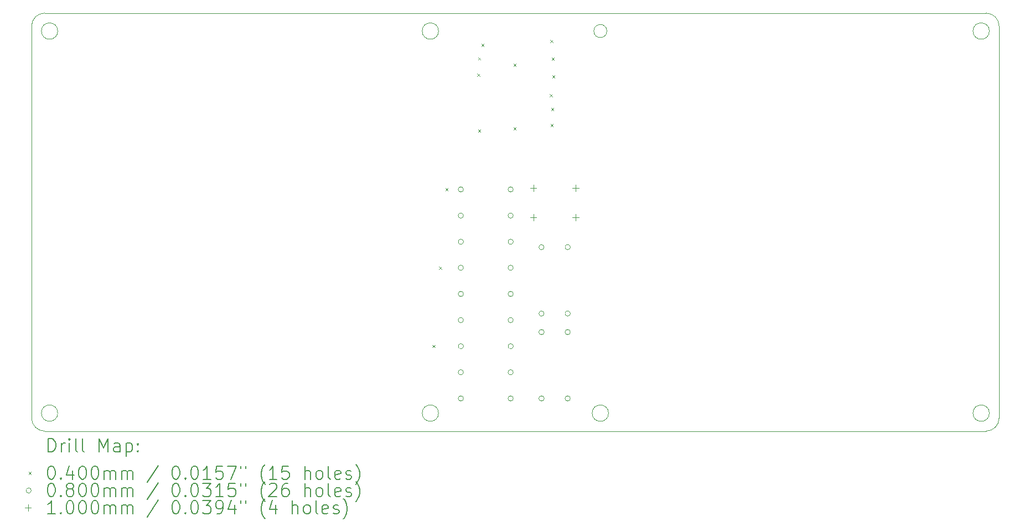
<source format=gbr>
%TF.GenerationSoftware,KiCad,Pcbnew,7.0.7*%
%TF.CreationDate,2024-02-05T11:41:41-08:00*%
%TF.ProjectId,Macro Pad 2 PCB,4d616372-6f20-4506-9164-203220504342,rev?*%
%TF.SameCoordinates,Original*%
%TF.FileFunction,Drillmap*%
%TF.FilePolarity,Positive*%
%FSLAX45Y45*%
G04 Gerber Fmt 4.5, Leading zero omitted, Abs format (unit mm)*
G04 Created by KiCad (PCBNEW 7.0.7) date 2024-02-05 11:41:41*
%MOMM*%
%LPD*%
G01*
G04 APERTURE LIST*
%ADD10C,0.100000*%
%ADD11C,0.200000*%
%ADD12C,0.040000*%
%ADD13C,0.080000*%
G04 APERTURE END LIST*
D10*
X21900000Y-11500000D02*
G75*
G03*
X22100000Y-11300000I0J200000D01*
G01*
X7700000Y-11225000D02*
G75*
G03*
X7700000Y-11225000I-125000J0D01*
G01*
X22100000Y-5300000D02*
X22100000Y-11300000D01*
X13525000Y-11225000D02*
G75*
G03*
X13525000Y-11225000I-125000J0D01*
G01*
X7500000Y-5100000D02*
X21900000Y-5100000D01*
X21900000Y-11500000D02*
X7500000Y-11500000D01*
X7300000Y-11300000D02*
X7300000Y-5300000D01*
X7500000Y-5100000D02*
G75*
G03*
X7300000Y-5300000I0J-200000D01*
G01*
X16125000Y-11225000D02*
G75*
G03*
X16125000Y-11225000I-125000J0D01*
G01*
X13525000Y-5375000D02*
G75*
G03*
X13525000Y-5375000I-125000J0D01*
G01*
X21950000Y-11225000D02*
G75*
G03*
X21950000Y-11225000I-125000J0D01*
G01*
X7300000Y-11300000D02*
G75*
G03*
X7500000Y-11500000I200000J0D01*
G01*
X22100000Y-5300000D02*
G75*
G03*
X21900000Y-5100000I-200000J0D01*
G01*
X7700000Y-5375000D02*
G75*
G03*
X7700000Y-5375000I-125000J0D01*
G01*
X21950000Y-5375000D02*
G75*
G03*
X21950000Y-5375000I-125000J0D01*
G01*
X16100000Y-5375000D02*
G75*
G03*
X16100000Y-5375000I-100000J0D01*
G01*
D11*
D12*
X13430000Y-10180000D02*
X13470000Y-10220000D01*
X13470000Y-10180000D02*
X13430000Y-10220000D01*
X13530000Y-8980000D02*
X13570000Y-9020000D01*
X13570000Y-8980000D02*
X13530000Y-9020000D01*
X13630000Y-7780000D02*
X13670000Y-7820000D01*
X13670000Y-7780000D02*
X13630000Y-7820000D01*
X14117000Y-6029000D02*
X14157000Y-6069000D01*
X14157000Y-6029000D02*
X14117000Y-6069000D01*
X14129000Y-5777000D02*
X14169000Y-5817000D01*
X14169000Y-5777000D02*
X14129000Y-5817000D01*
X14130000Y-6880000D02*
X14170000Y-6920000D01*
X14170000Y-6880000D02*
X14130000Y-6920000D01*
X14181000Y-5572000D02*
X14221000Y-5612000D01*
X14221000Y-5572000D02*
X14181000Y-5612000D01*
X14672000Y-5872000D02*
X14712000Y-5912000D01*
X14712000Y-5872000D02*
X14672000Y-5912000D01*
X14672000Y-6848000D02*
X14712000Y-6888000D01*
X14712000Y-6848000D02*
X14672000Y-6888000D01*
X15225000Y-6338000D02*
X15265000Y-6378000D01*
X15265000Y-6338000D02*
X15225000Y-6378000D01*
X15236000Y-5510000D02*
X15276000Y-5550000D01*
X15276000Y-5510000D02*
X15236000Y-5550000D01*
X15238000Y-6797000D02*
X15278000Y-6837000D01*
X15278000Y-6797000D02*
X15238000Y-6837000D01*
X15246000Y-6551000D02*
X15286000Y-6591000D01*
X15286000Y-6551000D02*
X15246000Y-6591000D01*
X15256000Y-5781000D02*
X15296000Y-5821000D01*
X15296000Y-5781000D02*
X15256000Y-5821000D01*
X15263000Y-6053000D02*
X15303000Y-6093000D01*
X15303000Y-6053000D02*
X15263000Y-6093000D01*
D13*
X13906000Y-7800000D02*
G75*
G03*
X13906000Y-7800000I-40000J0D01*
G01*
X13906000Y-8200000D02*
G75*
G03*
X13906000Y-8200000I-40000J0D01*
G01*
X13906000Y-8600000D02*
G75*
G03*
X13906000Y-8600000I-40000J0D01*
G01*
X13906000Y-9000000D02*
G75*
G03*
X13906000Y-9000000I-40000J0D01*
G01*
X13906000Y-9400000D02*
G75*
G03*
X13906000Y-9400000I-40000J0D01*
G01*
X13906000Y-9800000D02*
G75*
G03*
X13906000Y-9800000I-40000J0D01*
G01*
X13906000Y-10200000D02*
G75*
G03*
X13906000Y-10200000I-40000J0D01*
G01*
X13906000Y-10600000D02*
G75*
G03*
X13906000Y-10600000I-40000J0D01*
G01*
X13906000Y-11000000D02*
G75*
G03*
X13906000Y-11000000I-40000J0D01*
G01*
X14668000Y-7800000D02*
G75*
G03*
X14668000Y-7800000I-40000J0D01*
G01*
X14668000Y-8200000D02*
G75*
G03*
X14668000Y-8200000I-40000J0D01*
G01*
X14668000Y-8600000D02*
G75*
G03*
X14668000Y-8600000I-40000J0D01*
G01*
X14668000Y-9000000D02*
G75*
G03*
X14668000Y-9000000I-40000J0D01*
G01*
X14668000Y-9400000D02*
G75*
G03*
X14668000Y-9400000I-40000J0D01*
G01*
X14668000Y-9800000D02*
G75*
G03*
X14668000Y-9800000I-40000J0D01*
G01*
X14668000Y-10200000D02*
G75*
G03*
X14668000Y-10200000I-40000J0D01*
G01*
X14668000Y-10600000D02*
G75*
G03*
X14668000Y-10600000I-40000J0D01*
G01*
X14668000Y-11000000D02*
G75*
G03*
X14668000Y-11000000I-40000J0D01*
G01*
X15140000Y-8684000D02*
G75*
G03*
X15140000Y-8684000I-40000J0D01*
G01*
X15140000Y-9700000D02*
G75*
G03*
X15140000Y-9700000I-40000J0D01*
G01*
X15140000Y-9984000D02*
G75*
G03*
X15140000Y-9984000I-40000J0D01*
G01*
X15140000Y-11000000D02*
G75*
G03*
X15140000Y-11000000I-40000J0D01*
G01*
X15540000Y-8684000D02*
G75*
G03*
X15540000Y-8684000I-40000J0D01*
G01*
X15540000Y-9700000D02*
G75*
G03*
X15540000Y-9700000I-40000J0D01*
G01*
X15540000Y-9984000D02*
G75*
G03*
X15540000Y-9984000I-40000J0D01*
G01*
X15540000Y-11000000D02*
G75*
G03*
X15540000Y-11000000I-40000J0D01*
G01*
D10*
X14975000Y-7725000D02*
X14975000Y-7825000D01*
X14925000Y-7775000D02*
X15025000Y-7775000D01*
X14975000Y-8175000D02*
X14975000Y-8275000D01*
X14925000Y-8225000D02*
X15025000Y-8225000D01*
X15625000Y-7725000D02*
X15625000Y-7825000D01*
X15575000Y-7775000D02*
X15675000Y-7775000D01*
X15625000Y-8175000D02*
X15625000Y-8275000D01*
X15575000Y-8225000D02*
X15675000Y-8225000D01*
D11*
X7555777Y-11816484D02*
X7555777Y-11616484D01*
X7555777Y-11616484D02*
X7603396Y-11616484D01*
X7603396Y-11616484D02*
X7631967Y-11626008D01*
X7631967Y-11626008D02*
X7651015Y-11645055D01*
X7651015Y-11645055D02*
X7660539Y-11664103D01*
X7660539Y-11664103D02*
X7670062Y-11702198D01*
X7670062Y-11702198D02*
X7670062Y-11730769D01*
X7670062Y-11730769D02*
X7660539Y-11768865D01*
X7660539Y-11768865D02*
X7651015Y-11787912D01*
X7651015Y-11787912D02*
X7631967Y-11806960D01*
X7631967Y-11806960D02*
X7603396Y-11816484D01*
X7603396Y-11816484D02*
X7555777Y-11816484D01*
X7755777Y-11816484D02*
X7755777Y-11683150D01*
X7755777Y-11721246D02*
X7765301Y-11702198D01*
X7765301Y-11702198D02*
X7774824Y-11692674D01*
X7774824Y-11692674D02*
X7793872Y-11683150D01*
X7793872Y-11683150D02*
X7812920Y-11683150D01*
X7879586Y-11816484D02*
X7879586Y-11683150D01*
X7879586Y-11616484D02*
X7870062Y-11626008D01*
X7870062Y-11626008D02*
X7879586Y-11635531D01*
X7879586Y-11635531D02*
X7889110Y-11626008D01*
X7889110Y-11626008D02*
X7879586Y-11616484D01*
X7879586Y-11616484D02*
X7879586Y-11635531D01*
X8003396Y-11816484D02*
X7984348Y-11806960D01*
X7984348Y-11806960D02*
X7974824Y-11787912D01*
X7974824Y-11787912D02*
X7974824Y-11616484D01*
X8108158Y-11816484D02*
X8089110Y-11806960D01*
X8089110Y-11806960D02*
X8079586Y-11787912D01*
X8079586Y-11787912D02*
X8079586Y-11616484D01*
X8336729Y-11816484D02*
X8336729Y-11616484D01*
X8336729Y-11616484D02*
X8403396Y-11759341D01*
X8403396Y-11759341D02*
X8470063Y-11616484D01*
X8470063Y-11616484D02*
X8470063Y-11816484D01*
X8651015Y-11816484D02*
X8651015Y-11711722D01*
X8651015Y-11711722D02*
X8641491Y-11692674D01*
X8641491Y-11692674D02*
X8622444Y-11683150D01*
X8622444Y-11683150D02*
X8584348Y-11683150D01*
X8584348Y-11683150D02*
X8565301Y-11692674D01*
X8651015Y-11806960D02*
X8631967Y-11816484D01*
X8631967Y-11816484D02*
X8584348Y-11816484D01*
X8584348Y-11816484D02*
X8565301Y-11806960D01*
X8565301Y-11806960D02*
X8555777Y-11787912D01*
X8555777Y-11787912D02*
X8555777Y-11768865D01*
X8555777Y-11768865D02*
X8565301Y-11749817D01*
X8565301Y-11749817D02*
X8584348Y-11740293D01*
X8584348Y-11740293D02*
X8631967Y-11740293D01*
X8631967Y-11740293D02*
X8651015Y-11730769D01*
X8746253Y-11683150D02*
X8746253Y-11883150D01*
X8746253Y-11692674D02*
X8765301Y-11683150D01*
X8765301Y-11683150D02*
X8803396Y-11683150D01*
X8803396Y-11683150D02*
X8822444Y-11692674D01*
X8822444Y-11692674D02*
X8831967Y-11702198D01*
X8831967Y-11702198D02*
X8841491Y-11721246D01*
X8841491Y-11721246D02*
X8841491Y-11778388D01*
X8841491Y-11778388D02*
X8831967Y-11797436D01*
X8831967Y-11797436D02*
X8822444Y-11806960D01*
X8822444Y-11806960D02*
X8803396Y-11816484D01*
X8803396Y-11816484D02*
X8765301Y-11816484D01*
X8765301Y-11816484D02*
X8746253Y-11806960D01*
X8927205Y-11797436D02*
X8936729Y-11806960D01*
X8936729Y-11806960D02*
X8927205Y-11816484D01*
X8927205Y-11816484D02*
X8917682Y-11806960D01*
X8917682Y-11806960D02*
X8927205Y-11797436D01*
X8927205Y-11797436D02*
X8927205Y-11816484D01*
X8927205Y-11692674D02*
X8936729Y-11702198D01*
X8936729Y-11702198D02*
X8927205Y-11711722D01*
X8927205Y-11711722D02*
X8917682Y-11702198D01*
X8917682Y-11702198D02*
X8927205Y-11692674D01*
X8927205Y-11692674D02*
X8927205Y-11711722D01*
D12*
X7255000Y-12125000D02*
X7295000Y-12165000D01*
X7295000Y-12125000D02*
X7255000Y-12165000D01*
D11*
X7593872Y-12036484D02*
X7612920Y-12036484D01*
X7612920Y-12036484D02*
X7631967Y-12046008D01*
X7631967Y-12046008D02*
X7641491Y-12055531D01*
X7641491Y-12055531D02*
X7651015Y-12074579D01*
X7651015Y-12074579D02*
X7660539Y-12112674D01*
X7660539Y-12112674D02*
X7660539Y-12160293D01*
X7660539Y-12160293D02*
X7651015Y-12198388D01*
X7651015Y-12198388D02*
X7641491Y-12217436D01*
X7641491Y-12217436D02*
X7631967Y-12226960D01*
X7631967Y-12226960D02*
X7612920Y-12236484D01*
X7612920Y-12236484D02*
X7593872Y-12236484D01*
X7593872Y-12236484D02*
X7574824Y-12226960D01*
X7574824Y-12226960D02*
X7565301Y-12217436D01*
X7565301Y-12217436D02*
X7555777Y-12198388D01*
X7555777Y-12198388D02*
X7546253Y-12160293D01*
X7546253Y-12160293D02*
X7546253Y-12112674D01*
X7546253Y-12112674D02*
X7555777Y-12074579D01*
X7555777Y-12074579D02*
X7565301Y-12055531D01*
X7565301Y-12055531D02*
X7574824Y-12046008D01*
X7574824Y-12046008D02*
X7593872Y-12036484D01*
X7746253Y-12217436D02*
X7755777Y-12226960D01*
X7755777Y-12226960D02*
X7746253Y-12236484D01*
X7746253Y-12236484D02*
X7736729Y-12226960D01*
X7736729Y-12226960D02*
X7746253Y-12217436D01*
X7746253Y-12217436D02*
X7746253Y-12236484D01*
X7927205Y-12103150D02*
X7927205Y-12236484D01*
X7879586Y-12026960D02*
X7831967Y-12169817D01*
X7831967Y-12169817D02*
X7955777Y-12169817D01*
X8070062Y-12036484D02*
X8089110Y-12036484D01*
X8089110Y-12036484D02*
X8108158Y-12046008D01*
X8108158Y-12046008D02*
X8117682Y-12055531D01*
X8117682Y-12055531D02*
X8127205Y-12074579D01*
X8127205Y-12074579D02*
X8136729Y-12112674D01*
X8136729Y-12112674D02*
X8136729Y-12160293D01*
X8136729Y-12160293D02*
X8127205Y-12198388D01*
X8127205Y-12198388D02*
X8117682Y-12217436D01*
X8117682Y-12217436D02*
X8108158Y-12226960D01*
X8108158Y-12226960D02*
X8089110Y-12236484D01*
X8089110Y-12236484D02*
X8070062Y-12236484D01*
X8070062Y-12236484D02*
X8051015Y-12226960D01*
X8051015Y-12226960D02*
X8041491Y-12217436D01*
X8041491Y-12217436D02*
X8031967Y-12198388D01*
X8031967Y-12198388D02*
X8022443Y-12160293D01*
X8022443Y-12160293D02*
X8022443Y-12112674D01*
X8022443Y-12112674D02*
X8031967Y-12074579D01*
X8031967Y-12074579D02*
X8041491Y-12055531D01*
X8041491Y-12055531D02*
X8051015Y-12046008D01*
X8051015Y-12046008D02*
X8070062Y-12036484D01*
X8260539Y-12036484D02*
X8279586Y-12036484D01*
X8279586Y-12036484D02*
X8298634Y-12046008D01*
X8298634Y-12046008D02*
X8308158Y-12055531D01*
X8308158Y-12055531D02*
X8317682Y-12074579D01*
X8317682Y-12074579D02*
X8327205Y-12112674D01*
X8327205Y-12112674D02*
X8327205Y-12160293D01*
X8327205Y-12160293D02*
X8317682Y-12198388D01*
X8317682Y-12198388D02*
X8308158Y-12217436D01*
X8308158Y-12217436D02*
X8298634Y-12226960D01*
X8298634Y-12226960D02*
X8279586Y-12236484D01*
X8279586Y-12236484D02*
X8260539Y-12236484D01*
X8260539Y-12236484D02*
X8241491Y-12226960D01*
X8241491Y-12226960D02*
X8231967Y-12217436D01*
X8231967Y-12217436D02*
X8222443Y-12198388D01*
X8222443Y-12198388D02*
X8212920Y-12160293D01*
X8212920Y-12160293D02*
X8212920Y-12112674D01*
X8212920Y-12112674D02*
X8222443Y-12074579D01*
X8222443Y-12074579D02*
X8231967Y-12055531D01*
X8231967Y-12055531D02*
X8241491Y-12046008D01*
X8241491Y-12046008D02*
X8260539Y-12036484D01*
X8412920Y-12236484D02*
X8412920Y-12103150D01*
X8412920Y-12122198D02*
X8422444Y-12112674D01*
X8422444Y-12112674D02*
X8441491Y-12103150D01*
X8441491Y-12103150D02*
X8470063Y-12103150D01*
X8470063Y-12103150D02*
X8489110Y-12112674D01*
X8489110Y-12112674D02*
X8498634Y-12131722D01*
X8498634Y-12131722D02*
X8498634Y-12236484D01*
X8498634Y-12131722D02*
X8508158Y-12112674D01*
X8508158Y-12112674D02*
X8527205Y-12103150D01*
X8527205Y-12103150D02*
X8555777Y-12103150D01*
X8555777Y-12103150D02*
X8574825Y-12112674D01*
X8574825Y-12112674D02*
X8584348Y-12131722D01*
X8584348Y-12131722D02*
X8584348Y-12236484D01*
X8679586Y-12236484D02*
X8679586Y-12103150D01*
X8679586Y-12122198D02*
X8689110Y-12112674D01*
X8689110Y-12112674D02*
X8708158Y-12103150D01*
X8708158Y-12103150D02*
X8736729Y-12103150D01*
X8736729Y-12103150D02*
X8755777Y-12112674D01*
X8755777Y-12112674D02*
X8765301Y-12131722D01*
X8765301Y-12131722D02*
X8765301Y-12236484D01*
X8765301Y-12131722D02*
X8774825Y-12112674D01*
X8774825Y-12112674D02*
X8793872Y-12103150D01*
X8793872Y-12103150D02*
X8822444Y-12103150D01*
X8822444Y-12103150D02*
X8841491Y-12112674D01*
X8841491Y-12112674D02*
X8851015Y-12131722D01*
X8851015Y-12131722D02*
X8851015Y-12236484D01*
X9241491Y-12026960D02*
X9070063Y-12284103D01*
X9498634Y-12036484D02*
X9517682Y-12036484D01*
X9517682Y-12036484D02*
X9536729Y-12046008D01*
X9536729Y-12046008D02*
X9546253Y-12055531D01*
X9546253Y-12055531D02*
X9555777Y-12074579D01*
X9555777Y-12074579D02*
X9565301Y-12112674D01*
X9565301Y-12112674D02*
X9565301Y-12160293D01*
X9565301Y-12160293D02*
X9555777Y-12198388D01*
X9555777Y-12198388D02*
X9546253Y-12217436D01*
X9546253Y-12217436D02*
X9536729Y-12226960D01*
X9536729Y-12226960D02*
X9517682Y-12236484D01*
X9517682Y-12236484D02*
X9498634Y-12236484D01*
X9498634Y-12236484D02*
X9479587Y-12226960D01*
X9479587Y-12226960D02*
X9470063Y-12217436D01*
X9470063Y-12217436D02*
X9460539Y-12198388D01*
X9460539Y-12198388D02*
X9451015Y-12160293D01*
X9451015Y-12160293D02*
X9451015Y-12112674D01*
X9451015Y-12112674D02*
X9460539Y-12074579D01*
X9460539Y-12074579D02*
X9470063Y-12055531D01*
X9470063Y-12055531D02*
X9479587Y-12046008D01*
X9479587Y-12046008D02*
X9498634Y-12036484D01*
X9651015Y-12217436D02*
X9660539Y-12226960D01*
X9660539Y-12226960D02*
X9651015Y-12236484D01*
X9651015Y-12236484D02*
X9641491Y-12226960D01*
X9641491Y-12226960D02*
X9651015Y-12217436D01*
X9651015Y-12217436D02*
X9651015Y-12236484D01*
X9784348Y-12036484D02*
X9803396Y-12036484D01*
X9803396Y-12036484D02*
X9822444Y-12046008D01*
X9822444Y-12046008D02*
X9831968Y-12055531D01*
X9831968Y-12055531D02*
X9841491Y-12074579D01*
X9841491Y-12074579D02*
X9851015Y-12112674D01*
X9851015Y-12112674D02*
X9851015Y-12160293D01*
X9851015Y-12160293D02*
X9841491Y-12198388D01*
X9841491Y-12198388D02*
X9831968Y-12217436D01*
X9831968Y-12217436D02*
X9822444Y-12226960D01*
X9822444Y-12226960D02*
X9803396Y-12236484D01*
X9803396Y-12236484D02*
X9784348Y-12236484D01*
X9784348Y-12236484D02*
X9765301Y-12226960D01*
X9765301Y-12226960D02*
X9755777Y-12217436D01*
X9755777Y-12217436D02*
X9746253Y-12198388D01*
X9746253Y-12198388D02*
X9736729Y-12160293D01*
X9736729Y-12160293D02*
X9736729Y-12112674D01*
X9736729Y-12112674D02*
X9746253Y-12074579D01*
X9746253Y-12074579D02*
X9755777Y-12055531D01*
X9755777Y-12055531D02*
X9765301Y-12046008D01*
X9765301Y-12046008D02*
X9784348Y-12036484D01*
X10041491Y-12236484D02*
X9927206Y-12236484D01*
X9984348Y-12236484D02*
X9984348Y-12036484D01*
X9984348Y-12036484D02*
X9965301Y-12065055D01*
X9965301Y-12065055D02*
X9946253Y-12084103D01*
X9946253Y-12084103D02*
X9927206Y-12093627D01*
X10222444Y-12036484D02*
X10127206Y-12036484D01*
X10127206Y-12036484D02*
X10117682Y-12131722D01*
X10117682Y-12131722D02*
X10127206Y-12122198D01*
X10127206Y-12122198D02*
X10146253Y-12112674D01*
X10146253Y-12112674D02*
X10193872Y-12112674D01*
X10193872Y-12112674D02*
X10212920Y-12122198D01*
X10212920Y-12122198D02*
X10222444Y-12131722D01*
X10222444Y-12131722D02*
X10231968Y-12150769D01*
X10231968Y-12150769D02*
X10231968Y-12198388D01*
X10231968Y-12198388D02*
X10222444Y-12217436D01*
X10222444Y-12217436D02*
X10212920Y-12226960D01*
X10212920Y-12226960D02*
X10193872Y-12236484D01*
X10193872Y-12236484D02*
X10146253Y-12236484D01*
X10146253Y-12236484D02*
X10127206Y-12226960D01*
X10127206Y-12226960D02*
X10117682Y-12217436D01*
X10298634Y-12036484D02*
X10431968Y-12036484D01*
X10431968Y-12036484D02*
X10346253Y-12236484D01*
X10498634Y-12036484D02*
X10498634Y-12074579D01*
X10574825Y-12036484D02*
X10574825Y-12074579D01*
X10870063Y-12312674D02*
X10860539Y-12303150D01*
X10860539Y-12303150D02*
X10841491Y-12274579D01*
X10841491Y-12274579D02*
X10831968Y-12255531D01*
X10831968Y-12255531D02*
X10822444Y-12226960D01*
X10822444Y-12226960D02*
X10812920Y-12179341D01*
X10812920Y-12179341D02*
X10812920Y-12141246D01*
X10812920Y-12141246D02*
X10822444Y-12093627D01*
X10822444Y-12093627D02*
X10831968Y-12065055D01*
X10831968Y-12065055D02*
X10841491Y-12046008D01*
X10841491Y-12046008D02*
X10860539Y-12017436D01*
X10860539Y-12017436D02*
X10870063Y-12007912D01*
X11051015Y-12236484D02*
X10936730Y-12236484D01*
X10993872Y-12236484D02*
X10993872Y-12036484D01*
X10993872Y-12036484D02*
X10974825Y-12065055D01*
X10974825Y-12065055D02*
X10955777Y-12084103D01*
X10955777Y-12084103D02*
X10936730Y-12093627D01*
X11231968Y-12036484D02*
X11136730Y-12036484D01*
X11136730Y-12036484D02*
X11127206Y-12131722D01*
X11127206Y-12131722D02*
X11136730Y-12122198D01*
X11136730Y-12122198D02*
X11155777Y-12112674D01*
X11155777Y-12112674D02*
X11203396Y-12112674D01*
X11203396Y-12112674D02*
X11222444Y-12122198D01*
X11222444Y-12122198D02*
X11231968Y-12131722D01*
X11231968Y-12131722D02*
X11241491Y-12150769D01*
X11241491Y-12150769D02*
X11241491Y-12198388D01*
X11241491Y-12198388D02*
X11231968Y-12217436D01*
X11231968Y-12217436D02*
X11222444Y-12226960D01*
X11222444Y-12226960D02*
X11203396Y-12236484D01*
X11203396Y-12236484D02*
X11155777Y-12236484D01*
X11155777Y-12236484D02*
X11136730Y-12226960D01*
X11136730Y-12226960D02*
X11127206Y-12217436D01*
X11479587Y-12236484D02*
X11479587Y-12036484D01*
X11565301Y-12236484D02*
X11565301Y-12131722D01*
X11565301Y-12131722D02*
X11555777Y-12112674D01*
X11555777Y-12112674D02*
X11536730Y-12103150D01*
X11536730Y-12103150D02*
X11508158Y-12103150D01*
X11508158Y-12103150D02*
X11489110Y-12112674D01*
X11489110Y-12112674D02*
X11479587Y-12122198D01*
X11689110Y-12236484D02*
X11670063Y-12226960D01*
X11670063Y-12226960D02*
X11660539Y-12217436D01*
X11660539Y-12217436D02*
X11651015Y-12198388D01*
X11651015Y-12198388D02*
X11651015Y-12141246D01*
X11651015Y-12141246D02*
X11660539Y-12122198D01*
X11660539Y-12122198D02*
X11670063Y-12112674D01*
X11670063Y-12112674D02*
X11689110Y-12103150D01*
X11689110Y-12103150D02*
X11717682Y-12103150D01*
X11717682Y-12103150D02*
X11736730Y-12112674D01*
X11736730Y-12112674D02*
X11746253Y-12122198D01*
X11746253Y-12122198D02*
X11755777Y-12141246D01*
X11755777Y-12141246D02*
X11755777Y-12198388D01*
X11755777Y-12198388D02*
X11746253Y-12217436D01*
X11746253Y-12217436D02*
X11736730Y-12226960D01*
X11736730Y-12226960D02*
X11717682Y-12236484D01*
X11717682Y-12236484D02*
X11689110Y-12236484D01*
X11870063Y-12236484D02*
X11851015Y-12226960D01*
X11851015Y-12226960D02*
X11841491Y-12207912D01*
X11841491Y-12207912D02*
X11841491Y-12036484D01*
X12022444Y-12226960D02*
X12003396Y-12236484D01*
X12003396Y-12236484D02*
X11965301Y-12236484D01*
X11965301Y-12236484D02*
X11946253Y-12226960D01*
X11946253Y-12226960D02*
X11936730Y-12207912D01*
X11936730Y-12207912D02*
X11936730Y-12131722D01*
X11936730Y-12131722D02*
X11946253Y-12112674D01*
X11946253Y-12112674D02*
X11965301Y-12103150D01*
X11965301Y-12103150D02*
X12003396Y-12103150D01*
X12003396Y-12103150D02*
X12022444Y-12112674D01*
X12022444Y-12112674D02*
X12031968Y-12131722D01*
X12031968Y-12131722D02*
X12031968Y-12150769D01*
X12031968Y-12150769D02*
X11936730Y-12169817D01*
X12108158Y-12226960D02*
X12127206Y-12236484D01*
X12127206Y-12236484D02*
X12165301Y-12236484D01*
X12165301Y-12236484D02*
X12184349Y-12226960D01*
X12184349Y-12226960D02*
X12193872Y-12207912D01*
X12193872Y-12207912D02*
X12193872Y-12198388D01*
X12193872Y-12198388D02*
X12184349Y-12179341D01*
X12184349Y-12179341D02*
X12165301Y-12169817D01*
X12165301Y-12169817D02*
X12136730Y-12169817D01*
X12136730Y-12169817D02*
X12117682Y-12160293D01*
X12117682Y-12160293D02*
X12108158Y-12141246D01*
X12108158Y-12141246D02*
X12108158Y-12131722D01*
X12108158Y-12131722D02*
X12117682Y-12112674D01*
X12117682Y-12112674D02*
X12136730Y-12103150D01*
X12136730Y-12103150D02*
X12165301Y-12103150D01*
X12165301Y-12103150D02*
X12184349Y-12112674D01*
X12260539Y-12312674D02*
X12270063Y-12303150D01*
X12270063Y-12303150D02*
X12289111Y-12274579D01*
X12289111Y-12274579D02*
X12298634Y-12255531D01*
X12298634Y-12255531D02*
X12308158Y-12226960D01*
X12308158Y-12226960D02*
X12317682Y-12179341D01*
X12317682Y-12179341D02*
X12317682Y-12141246D01*
X12317682Y-12141246D02*
X12308158Y-12093627D01*
X12308158Y-12093627D02*
X12298634Y-12065055D01*
X12298634Y-12065055D02*
X12289111Y-12046008D01*
X12289111Y-12046008D02*
X12270063Y-12017436D01*
X12270063Y-12017436D02*
X12260539Y-12007912D01*
D13*
X7295000Y-12409000D02*
G75*
G03*
X7295000Y-12409000I-40000J0D01*
G01*
D11*
X7593872Y-12300484D02*
X7612920Y-12300484D01*
X7612920Y-12300484D02*
X7631967Y-12310008D01*
X7631967Y-12310008D02*
X7641491Y-12319531D01*
X7641491Y-12319531D02*
X7651015Y-12338579D01*
X7651015Y-12338579D02*
X7660539Y-12376674D01*
X7660539Y-12376674D02*
X7660539Y-12424293D01*
X7660539Y-12424293D02*
X7651015Y-12462388D01*
X7651015Y-12462388D02*
X7641491Y-12481436D01*
X7641491Y-12481436D02*
X7631967Y-12490960D01*
X7631967Y-12490960D02*
X7612920Y-12500484D01*
X7612920Y-12500484D02*
X7593872Y-12500484D01*
X7593872Y-12500484D02*
X7574824Y-12490960D01*
X7574824Y-12490960D02*
X7565301Y-12481436D01*
X7565301Y-12481436D02*
X7555777Y-12462388D01*
X7555777Y-12462388D02*
X7546253Y-12424293D01*
X7546253Y-12424293D02*
X7546253Y-12376674D01*
X7546253Y-12376674D02*
X7555777Y-12338579D01*
X7555777Y-12338579D02*
X7565301Y-12319531D01*
X7565301Y-12319531D02*
X7574824Y-12310008D01*
X7574824Y-12310008D02*
X7593872Y-12300484D01*
X7746253Y-12481436D02*
X7755777Y-12490960D01*
X7755777Y-12490960D02*
X7746253Y-12500484D01*
X7746253Y-12500484D02*
X7736729Y-12490960D01*
X7736729Y-12490960D02*
X7746253Y-12481436D01*
X7746253Y-12481436D02*
X7746253Y-12500484D01*
X7870062Y-12386198D02*
X7851015Y-12376674D01*
X7851015Y-12376674D02*
X7841491Y-12367150D01*
X7841491Y-12367150D02*
X7831967Y-12348103D01*
X7831967Y-12348103D02*
X7831967Y-12338579D01*
X7831967Y-12338579D02*
X7841491Y-12319531D01*
X7841491Y-12319531D02*
X7851015Y-12310008D01*
X7851015Y-12310008D02*
X7870062Y-12300484D01*
X7870062Y-12300484D02*
X7908158Y-12300484D01*
X7908158Y-12300484D02*
X7927205Y-12310008D01*
X7927205Y-12310008D02*
X7936729Y-12319531D01*
X7936729Y-12319531D02*
X7946253Y-12338579D01*
X7946253Y-12338579D02*
X7946253Y-12348103D01*
X7946253Y-12348103D02*
X7936729Y-12367150D01*
X7936729Y-12367150D02*
X7927205Y-12376674D01*
X7927205Y-12376674D02*
X7908158Y-12386198D01*
X7908158Y-12386198D02*
X7870062Y-12386198D01*
X7870062Y-12386198D02*
X7851015Y-12395722D01*
X7851015Y-12395722D02*
X7841491Y-12405246D01*
X7841491Y-12405246D02*
X7831967Y-12424293D01*
X7831967Y-12424293D02*
X7831967Y-12462388D01*
X7831967Y-12462388D02*
X7841491Y-12481436D01*
X7841491Y-12481436D02*
X7851015Y-12490960D01*
X7851015Y-12490960D02*
X7870062Y-12500484D01*
X7870062Y-12500484D02*
X7908158Y-12500484D01*
X7908158Y-12500484D02*
X7927205Y-12490960D01*
X7927205Y-12490960D02*
X7936729Y-12481436D01*
X7936729Y-12481436D02*
X7946253Y-12462388D01*
X7946253Y-12462388D02*
X7946253Y-12424293D01*
X7946253Y-12424293D02*
X7936729Y-12405246D01*
X7936729Y-12405246D02*
X7927205Y-12395722D01*
X7927205Y-12395722D02*
X7908158Y-12386198D01*
X8070062Y-12300484D02*
X8089110Y-12300484D01*
X8089110Y-12300484D02*
X8108158Y-12310008D01*
X8108158Y-12310008D02*
X8117682Y-12319531D01*
X8117682Y-12319531D02*
X8127205Y-12338579D01*
X8127205Y-12338579D02*
X8136729Y-12376674D01*
X8136729Y-12376674D02*
X8136729Y-12424293D01*
X8136729Y-12424293D02*
X8127205Y-12462388D01*
X8127205Y-12462388D02*
X8117682Y-12481436D01*
X8117682Y-12481436D02*
X8108158Y-12490960D01*
X8108158Y-12490960D02*
X8089110Y-12500484D01*
X8089110Y-12500484D02*
X8070062Y-12500484D01*
X8070062Y-12500484D02*
X8051015Y-12490960D01*
X8051015Y-12490960D02*
X8041491Y-12481436D01*
X8041491Y-12481436D02*
X8031967Y-12462388D01*
X8031967Y-12462388D02*
X8022443Y-12424293D01*
X8022443Y-12424293D02*
X8022443Y-12376674D01*
X8022443Y-12376674D02*
X8031967Y-12338579D01*
X8031967Y-12338579D02*
X8041491Y-12319531D01*
X8041491Y-12319531D02*
X8051015Y-12310008D01*
X8051015Y-12310008D02*
X8070062Y-12300484D01*
X8260539Y-12300484D02*
X8279586Y-12300484D01*
X8279586Y-12300484D02*
X8298634Y-12310008D01*
X8298634Y-12310008D02*
X8308158Y-12319531D01*
X8308158Y-12319531D02*
X8317682Y-12338579D01*
X8317682Y-12338579D02*
X8327205Y-12376674D01*
X8327205Y-12376674D02*
X8327205Y-12424293D01*
X8327205Y-12424293D02*
X8317682Y-12462388D01*
X8317682Y-12462388D02*
X8308158Y-12481436D01*
X8308158Y-12481436D02*
X8298634Y-12490960D01*
X8298634Y-12490960D02*
X8279586Y-12500484D01*
X8279586Y-12500484D02*
X8260539Y-12500484D01*
X8260539Y-12500484D02*
X8241491Y-12490960D01*
X8241491Y-12490960D02*
X8231967Y-12481436D01*
X8231967Y-12481436D02*
X8222443Y-12462388D01*
X8222443Y-12462388D02*
X8212920Y-12424293D01*
X8212920Y-12424293D02*
X8212920Y-12376674D01*
X8212920Y-12376674D02*
X8222443Y-12338579D01*
X8222443Y-12338579D02*
X8231967Y-12319531D01*
X8231967Y-12319531D02*
X8241491Y-12310008D01*
X8241491Y-12310008D02*
X8260539Y-12300484D01*
X8412920Y-12500484D02*
X8412920Y-12367150D01*
X8412920Y-12386198D02*
X8422444Y-12376674D01*
X8422444Y-12376674D02*
X8441491Y-12367150D01*
X8441491Y-12367150D02*
X8470063Y-12367150D01*
X8470063Y-12367150D02*
X8489110Y-12376674D01*
X8489110Y-12376674D02*
X8498634Y-12395722D01*
X8498634Y-12395722D02*
X8498634Y-12500484D01*
X8498634Y-12395722D02*
X8508158Y-12376674D01*
X8508158Y-12376674D02*
X8527205Y-12367150D01*
X8527205Y-12367150D02*
X8555777Y-12367150D01*
X8555777Y-12367150D02*
X8574825Y-12376674D01*
X8574825Y-12376674D02*
X8584348Y-12395722D01*
X8584348Y-12395722D02*
X8584348Y-12500484D01*
X8679586Y-12500484D02*
X8679586Y-12367150D01*
X8679586Y-12386198D02*
X8689110Y-12376674D01*
X8689110Y-12376674D02*
X8708158Y-12367150D01*
X8708158Y-12367150D02*
X8736729Y-12367150D01*
X8736729Y-12367150D02*
X8755777Y-12376674D01*
X8755777Y-12376674D02*
X8765301Y-12395722D01*
X8765301Y-12395722D02*
X8765301Y-12500484D01*
X8765301Y-12395722D02*
X8774825Y-12376674D01*
X8774825Y-12376674D02*
X8793872Y-12367150D01*
X8793872Y-12367150D02*
X8822444Y-12367150D01*
X8822444Y-12367150D02*
X8841491Y-12376674D01*
X8841491Y-12376674D02*
X8851015Y-12395722D01*
X8851015Y-12395722D02*
X8851015Y-12500484D01*
X9241491Y-12290960D02*
X9070063Y-12548103D01*
X9498634Y-12300484D02*
X9517682Y-12300484D01*
X9517682Y-12300484D02*
X9536729Y-12310008D01*
X9536729Y-12310008D02*
X9546253Y-12319531D01*
X9546253Y-12319531D02*
X9555777Y-12338579D01*
X9555777Y-12338579D02*
X9565301Y-12376674D01*
X9565301Y-12376674D02*
X9565301Y-12424293D01*
X9565301Y-12424293D02*
X9555777Y-12462388D01*
X9555777Y-12462388D02*
X9546253Y-12481436D01*
X9546253Y-12481436D02*
X9536729Y-12490960D01*
X9536729Y-12490960D02*
X9517682Y-12500484D01*
X9517682Y-12500484D02*
X9498634Y-12500484D01*
X9498634Y-12500484D02*
X9479587Y-12490960D01*
X9479587Y-12490960D02*
X9470063Y-12481436D01*
X9470063Y-12481436D02*
X9460539Y-12462388D01*
X9460539Y-12462388D02*
X9451015Y-12424293D01*
X9451015Y-12424293D02*
X9451015Y-12376674D01*
X9451015Y-12376674D02*
X9460539Y-12338579D01*
X9460539Y-12338579D02*
X9470063Y-12319531D01*
X9470063Y-12319531D02*
X9479587Y-12310008D01*
X9479587Y-12310008D02*
X9498634Y-12300484D01*
X9651015Y-12481436D02*
X9660539Y-12490960D01*
X9660539Y-12490960D02*
X9651015Y-12500484D01*
X9651015Y-12500484D02*
X9641491Y-12490960D01*
X9641491Y-12490960D02*
X9651015Y-12481436D01*
X9651015Y-12481436D02*
X9651015Y-12500484D01*
X9784348Y-12300484D02*
X9803396Y-12300484D01*
X9803396Y-12300484D02*
X9822444Y-12310008D01*
X9822444Y-12310008D02*
X9831968Y-12319531D01*
X9831968Y-12319531D02*
X9841491Y-12338579D01*
X9841491Y-12338579D02*
X9851015Y-12376674D01*
X9851015Y-12376674D02*
X9851015Y-12424293D01*
X9851015Y-12424293D02*
X9841491Y-12462388D01*
X9841491Y-12462388D02*
X9831968Y-12481436D01*
X9831968Y-12481436D02*
X9822444Y-12490960D01*
X9822444Y-12490960D02*
X9803396Y-12500484D01*
X9803396Y-12500484D02*
X9784348Y-12500484D01*
X9784348Y-12500484D02*
X9765301Y-12490960D01*
X9765301Y-12490960D02*
X9755777Y-12481436D01*
X9755777Y-12481436D02*
X9746253Y-12462388D01*
X9746253Y-12462388D02*
X9736729Y-12424293D01*
X9736729Y-12424293D02*
X9736729Y-12376674D01*
X9736729Y-12376674D02*
X9746253Y-12338579D01*
X9746253Y-12338579D02*
X9755777Y-12319531D01*
X9755777Y-12319531D02*
X9765301Y-12310008D01*
X9765301Y-12310008D02*
X9784348Y-12300484D01*
X9917682Y-12300484D02*
X10041491Y-12300484D01*
X10041491Y-12300484D02*
X9974825Y-12376674D01*
X9974825Y-12376674D02*
X10003396Y-12376674D01*
X10003396Y-12376674D02*
X10022444Y-12386198D01*
X10022444Y-12386198D02*
X10031968Y-12395722D01*
X10031968Y-12395722D02*
X10041491Y-12414769D01*
X10041491Y-12414769D02*
X10041491Y-12462388D01*
X10041491Y-12462388D02*
X10031968Y-12481436D01*
X10031968Y-12481436D02*
X10022444Y-12490960D01*
X10022444Y-12490960D02*
X10003396Y-12500484D01*
X10003396Y-12500484D02*
X9946253Y-12500484D01*
X9946253Y-12500484D02*
X9927206Y-12490960D01*
X9927206Y-12490960D02*
X9917682Y-12481436D01*
X10231968Y-12500484D02*
X10117682Y-12500484D01*
X10174825Y-12500484D02*
X10174825Y-12300484D01*
X10174825Y-12300484D02*
X10155777Y-12329055D01*
X10155777Y-12329055D02*
X10136729Y-12348103D01*
X10136729Y-12348103D02*
X10117682Y-12357627D01*
X10412920Y-12300484D02*
X10317682Y-12300484D01*
X10317682Y-12300484D02*
X10308158Y-12395722D01*
X10308158Y-12395722D02*
X10317682Y-12386198D01*
X10317682Y-12386198D02*
X10336729Y-12376674D01*
X10336729Y-12376674D02*
X10384349Y-12376674D01*
X10384349Y-12376674D02*
X10403396Y-12386198D01*
X10403396Y-12386198D02*
X10412920Y-12395722D01*
X10412920Y-12395722D02*
X10422444Y-12414769D01*
X10422444Y-12414769D02*
X10422444Y-12462388D01*
X10422444Y-12462388D02*
X10412920Y-12481436D01*
X10412920Y-12481436D02*
X10403396Y-12490960D01*
X10403396Y-12490960D02*
X10384349Y-12500484D01*
X10384349Y-12500484D02*
X10336729Y-12500484D01*
X10336729Y-12500484D02*
X10317682Y-12490960D01*
X10317682Y-12490960D02*
X10308158Y-12481436D01*
X10498634Y-12300484D02*
X10498634Y-12338579D01*
X10574825Y-12300484D02*
X10574825Y-12338579D01*
X10870063Y-12576674D02*
X10860539Y-12567150D01*
X10860539Y-12567150D02*
X10841491Y-12538579D01*
X10841491Y-12538579D02*
X10831968Y-12519531D01*
X10831968Y-12519531D02*
X10822444Y-12490960D01*
X10822444Y-12490960D02*
X10812920Y-12443341D01*
X10812920Y-12443341D02*
X10812920Y-12405246D01*
X10812920Y-12405246D02*
X10822444Y-12357627D01*
X10822444Y-12357627D02*
X10831968Y-12329055D01*
X10831968Y-12329055D02*
X10841491Y-12310008D01*
X10841491Y-12310008D02*
X10860539Y-12281436D01*
X10860539Y-12281436D02*
X10870063Y-12271912D01*
X10936730Y-12319531D02*
X10946253Y-12310008D01*
X10946253Y-12310008D02*
X10965301Y-12300484D01*
X10965301Y-12300484D02*
X11012920Y-12300484D01*
X11012920Y-12300484D02*
X11031968Y-12310008D01*
X11031968Y-12310008D02*
X11041491Y-12319531D01*
X11041491Y-12319531D02*
X11051015Y-12338579D01*
X11051015Y-12338579D02*
X11051015Y-12357627D01*
X11051015Y-12357627D02*
X11041491Y-12386198D01*
X11041491Y-12386198D02*
X10927206Y-12500484D01*
X10927206Y-12500484D02*
X11051015Y-12500484D01*
X11222444Y-12300484D02*
X11184349Y-12300484D01*
X11184349Y-12300484D02*
X11165301Y-12310008D01*
X11165301Y-12310008D02*
X11155777Y-12319531D01*
X11155777Y-12319531D02*
X11136730Y-12348103D01*
X11136730Y-12348103D02*
X11127206Y-12386198D01*
X11127206Y-12386198D02*
X11127206Y-12462388D01*
X11127206Y-12462388D02*
X11136730Y-12481436D01*
X11136730Y-12481436D02*
X11146253Y-12490960D01*
X11146253Y-12490960D02*
X11165301Y-12500484D01*
X11165301Y-12500484D02*
X11203396Y-12500484D01*
X11203396Y-12500484D02*
X11222444Y-12490960D01*
X11222444Y-12490960D02*
X11231968Y-12481436D01*
X11231968Y-12481436D02*
X11241491Y-12462388D01*
X11241491Y-12462388D02*
X11241491Y-12414769D01*
X11241491Y-12414769D02*
X11231968Y-12395722D01*
X11231968Y-12395722D02*
X11222444Y-12386198D01*
X11222444Y-12386198D02*
X11203396Y-12376674D01*
X11203396Y-12376674D02*
X11165301Y-12376674D01*
X11165301Y-12376674D02*
X11146253Y-12386198D01*
X11146253Y-12386198D02*
X11136730Y-12395722D01*
X11136730Y-12395722D02*
X11127206Y-12414769D01*
X11479587Y-12500484D02*
X11479587Y-12300484D01*
X11565301Y-12500484D02*
X11565301Y-12395722D01*
X11565301Y-12395722D02*
X11555777Y-12376674D01*
X11555777Y-12376674D02*
X11536730Y-12367150D01*
X11536730Y-12367150D02*
X11508158Y-12367150D01*
X11508158Y-12367150D02*
X11489110Y-12376674D01*
X11489110Y-12376674D02*
X11479587Y-12386198D01*
X11689110Y-12500484D02*
X11670063Y-12490960D01*
X11670063Y-12490960D02*
X11660539Y-12481436D01*
X11660539Y-12481436D02*
X11651015Y-12462388D01*
X11651015Y-12462388D02*
X11651015Y-12405246D01*
X11651015Y-12405246D02*
X11660539Y-12386198D01*
X11660539Y-12386198D02*
X11670063Y-12376674D01*
X11670063Y-12376674D02*
X11689110Y-12367150D01*
X11689110Y-12367150D02*
X11717682Y-12367150D01*
X11717682Y-12367150D02*
X11736730Y-12376674D01*
X11736730Y-12376674D02*
X11746253Y-12386198D01*
X11746253Y-12386198D02*
X11755777Y-12405246D01*
X11755777Y-12405246D02*
X11755777Y-12462388D01*
X11755777Y-12462388D02*
X11746253Y-12481436D01*
X11746253Y-12481436D02*
X11736730Y-12490960D01*
X11736730Y-12490960D02*
X11717682Y-12500484D01*
X11717682Y-12500484D02*
X11689110Y-12500484D01*
X11870063Y-12500484D02*
X11851015Y-12490960D01*
X11851015Y-12490960D02*
X11841491Y-12471912D01*
X11841491Y-12471912D02*
X11841491Y-12300484D01*
X12022444Y-12490960D02*
X12003396Y-12500484D01*
X12003396Y-12500484D02*
X11965301Y-12500484D01*
X11965301Y-12500484D02*
X11946253Y-12490960D01*
X11946253Y-12490960D02*
X11936730Y-12471912D01*
X11936730Y-12471912D02*
X11936730Y-12395722D01*
X11936730Y-12395722D02*
X11946253Y-12376674D01*
X11946253Y-12376674D02*
X11965301Y-12367150D01*
X11965301Y-12367150D02*
X12003396Y-12367150D01*
X12003396Y-12367150D02*
X12022444Y-12376674D01*
X12022444Y-12376674D02*
X12031968Y-12395722D01*
X12031968Y-12395722D02*
X12031968Y-12414769D01*
X12031968Y-12414769D02*
X11936730Y-12433817D01*
X12108158Y-12490960D02*
X12127206Y-12500484D01*
X12127206Y-12500484D02*
X12165301Y-12500484D01*
X12165301Y-12500484D02*
X12184349Y-12490960D01*
X12184349Y-12490960D02*
X12193872Y-12471912D01*
X12193872Y-12471912D02*
X12193872Y-12462388D01*
X12193872Y-12462388D02*
X12184349Y-12443341D01*
X12184349Y-12443341D02*
X12165301Y-12433817D01*
X12165301Y-12433817D02*
X12136730Y-12433817D01*
X12136730Y-12433817D02*
X12117682Y-12424293D01*
X12117682Y-12424293D02*
X12108158Y-12405246D01*
X12108158Y-12405246D02*
X12108158Y-12395722D01*
X12108158Y-12395722D02*
X12117682Y-12376674D01*
X12117682Y-12376674D02*
X12136730Y-12367150D01*
X12136730Y-12367150D02*
X12165301Y-12367150D01*
X12165301Y-12367150D02*
X12184349Y-12376674D01*
X12260539Y-12576674D02*
X12270063Y-12567150D01*
X12270063Y-12567150D02*
X12289111Y-12538579D01*
X12289111Y-12538579D02*
X12298634Y-12519531D01*
X12298634Y-12519531D02*
X12308158Y-12490960D01*
X12308158Y-12490960D02*
X12317682Y-12443341D01*
X12317682Y-12443341D02*
X12317682Y-12405246D01*
X12317682Y-12405246D02*
X12308158Y-12357627D01*
X12308158Y-12357627D02*
X12298634Y-12329055D01*
X12298634Y-12329055D02*
X12289111Y-12310008D01*
X12289111Y-12310008D02*
X12270063Y-12281436D01*
X12270063Y-12281436D02*
X12260539Y-12271912D01*
D10*
X7245000Y-12623000D02*
X7245000Y-12723000D01*
X7195000Y-12673000D02*
X7295000Y-12673000D01*
D11*
X7660539Y-12764484D02*
X7546253Y-12764484D01*
X7603396Y-12764484D02*
X7603396Y-12564484D01*
X7603396Y-12564484D02*
X7584348Y-12593055D01*
X7584348Y-12593055D02*
X7565301Y-12612103D01*
X7565301Y-12612103D02*
X7546253Y-12621627D01*
X7746253Y-12745436D02*
X7755777Y-12754960D01*
X7755777Y-12754960D02*
X7746253Y-12764484D01*
X7746253Y-12764484D02*
X7736729Y-12754960D01*
X7736729Y-12754960D02*
X7746253Y-12745436D01*
X7746253Y-12745436D02*
X7746253Y-12764484D01*
X7879586Y-12564484D02*
X7898634Y-12564484D01*
X7898634Y-12564484D02*
X7917682Y-12574008D01*
X7917682Y-12574008D02*
X7927205Y-12583531D01*
X7927205Y-12583531D02*
X7936729Y-12602579D01*
X7936729Y-12602579D02*
X7946253Y-12640674D01*
X7946253Y-12640674D02*
X7946253Y-12688293D01*
X7946253Y-12688293D02*
X7936729Y-12726388D01*
X7936729Y-12726388D02*
X7927205Y-12745436D01*
X7927205Y-12745436D02*
X7917682Y-12754960D01*
X7917682Y-12754960D02*
X7898634Y-12764484D01*
X7898634Y-12764484D02*
X7879586Y-12764484D01*
X7879586Y-12764484D02*
X7860539Y-12754960D01*
X7860539Y-12754960D02*
X7851015Y-12745436D01*
X7851015Y-12745436D02*
X7841491Y-12726388D01*
X7841491Y-12726388D02*
X7831967Y-12688293D01*
X7831967Y-12688293D02*
X7831967Y-12640674D01*
X7831967Y-12640674D02*
X7841491Y-12602579D01*
X7841491Y-12602579D02*
X7851015Y-12583531D01*
X7851015Y-12583531D02*
X7860539Y-12574008D01*
X7860539Y-12574008D02*
X7879586Y-12564484D01*
X8070062Y-12564484D02*
X8089110Y-12564484D01*
X8089110Y-12564484D02*
X8108158Y-12574008D01*
X8108158Y-12574008D02*
X8117682Y-12583531D01*
X8117682Y-12583531D02*
X8127205Y-12602579D01*
X8127205Y-12602579D02*
X8136729Y-12640674D01*
X8136729Y-12640674D02*
X8136729Y-12688293D01*
X8136729Y-12688293D02*
X8127205Y-12726388D01*
X8127205Y-12726388D02*
X8117682Y-12745436D01*
X8117682Y-12745436D02*
X8108158Y-12754960D01*
X8108158Y-12754960D02*
X8089110Y-12764484D01*
X8089110Y-12764484D02*
X8070062Y-12764484D01*
X8070062Y-12764484D02*
X8051015Y-12754960D01*
X8051015Y-12754960D02*
X8041491Y-12745436D01*
X8041491Y-12745436D02*
X8031967Y-12726388D01*
X8031967Y-12726388D02*
X8022443Y-12688293D01*
X8022443Y-12688293D02*
X8022443Y-12640674D01*
X8022443Y-12640674D02*
X8031967Y-12602579D01*
X8031967Y-12602579D02*
X8041491Y-12583531D01*
X8041491Y-12583531D02*
X8051015Y-12574008D01*
X8051015Y-12574008D02*
X8070062Y-12564484D01*
X8260539Y-12564484D02*
X8279586Y-12564484D01*
X8279586Y-12564484D02*
X8298634Y-12574008D01*
X8298634Y-12574008D02*
X8308158Y-12583531D01*
X8308158Y-12583531D02*
X8317682Y-12602579D01*
X8317682Y-12602579D02*
X8327205Y-12640674D01*
X8327205Y-12640674D02*
X8327205Y-12688293D01*
X8327205Y-12688293D02*
X8317682Y-12726388D01*
X8317682Y-12726388D02*
X8308158Y-12745436D01*
X8308158Y-12745436D02*
X8298634Y-12754960D01*
X8298634Y-12754960D02*
X8279586Y-12764484D01*
X8279586Y-12764484D02*
X8260539Y-12764484D01*
X8260539Y-12764484D02*
X8241491Y-12754960D01*
X8241491Y-12754960D02*
X8231967Y-12745436D01*
X8231967Y-12745436D02*
X8222443Y-12726388D01*
X8222443Y-12726388D02*
X8212920Y-12688293D01*
X8212920Y-12688293D02*
X8212920Y-12640674D01*
X8212920Y-12640674D02*
X8222443Y-12602579D01*
X8222443Y-12602579D02*
X8231967Y-12583531D01*
X8231967Y-12583531D02*
X8241491Y-12574008D01*
X8241491Y-12574008D02*
X8260539Y-12564484D01*
X8412920Y-12764484D02*
X8412920Y-12631150D01*
X8412920Y-12650198D02*
X8422444Y-12640674D01*
X8422444Y-12640674D02*
X8441491Y-12631150D01*
X8441491Y-12631150D02*
X8470063Y-12631150D01*
X8470063Y-12631150D02*
X8489110Y-12640674D01*
X8489110Y-12640674D02*
X8498634Y-12659722D01*
X8498634Y-12659722D02*
X8498634Y-12764484D01*
X8498634Y-12659722D02*
X8508158Y-12640674D01*
X8508158Y-12640674D02*
X8527205Y-12631150D01*
X8527205Y-12631150D02*
X8555777Y-12631150D01*
X8555777Y-12631150D02*
X8574825Y-12640674D01*
X8574825Y-12640674D02*
X8584348Y-12659722D01*
X8584348Y-12659722D02*
X8584348Y-12764484D01*
X8679586Y-12764484D02*
X8679586Y-12631150D01*
X8679586Y-12650198D02*
X8689110Y-12640674D01*
X8689110Y-12640674D02*
X8708158Y-12631150D01*
X8708158Y-12631150D02*
X8736729Y-12631150D01*
X8736729Y-12631150D02*
X8755777Y-12640674D01*
X8755777Y-12640674D02*
X8765301Y-12659722D01*
X8765301Y-12659722D02*
X8765301Y-12764484D01*
X8765301Y-12659722D02*
X8774825Y-12640674D01*
X8774825Y-12640674D02*
X8793872Y-12631150D01*
X8793872Y-12631150D02*
X8822444Y-12631150D01*
X8822444Y-12631150D02*
X8841491Y-12640674D01*
X8841491Y-12640674D02*
X8851015Y-12659722D01*
X8851015Y-12659722D02*
X8851015Y-12764484D01*
X9241491Y-12554960D02*
X9070063Y-12812103D01*
X9498634Y-12564484D02*
X9517682Y-12564484D01*
X9517682Y-12564484D02*
X9536729Y-12574008D01*
X9536729Y-12574008D02*
X9546253Y-12583531D01*
X9546253Y-12583531D02*
X9555777Y-12602579D01*
X9555777Y-12602579D02*
X9565301Y-12640674D01*
X9565301Y-12640674D02*
X9565301Y-12688293D01*
X9565301Y-12688293D02*
X9555777Y-12726388D01*
X9555777Y-12726388D02*
X9546253Y-12745436D01*
X9546253Y-12745436D02*
X9536729Y-12754960D01*
X9536729Y-12754960D02*
X9517682Y-12764484D01*
X9517682Y-12764484D02*
X9498634Y-12764484D01*
X9498634Y-12764484D02*
X9479587Y-12754960D01*
X9479587Y-12754960D02*
X9470063Y-12745436D01*
X9470063Y-12745436D02*
X9460539Y-12726388D01*
X9460539Y-12726388D02*
X9451015Y-12688293D01*
X9451015Y-12688293D02*
X9451015Y-12640674D01*
X9451015Y-12640674D02*
X9460539Y-12602579D01*
X9460539Y-12602579D02*
X9470063Y-12583531D01*
X9470063Y-12583531D02*
X9479587Y-12574008D01*
X9479587Y-12574008D02*
X9498634Y-12564484D01*
X9651015Y-12745436D02*
X9660539Y-12754960D01*
X9660539Y-12754960D02*
X9651015Y-12764484D01*
X9651015Y-12764484D02*
X9641491Y-12754960D01*
X9641491Y-12754960D02*
X9651015Y-12745436D01*
X9651015Y-12745436D02*
X9651015Y-12764484D01*
X9784348Y-12564484D02*
X9803396Y-12564484D01*
X9803396Y-12564484D02*
X9822444Y-12574008D01*
X9822444Y-12574008D02*
X9831968Y-12583531D01*
X9831968Y-12583531D02*
X9841491Y-12602579D01*
X9841491Y-12602579D02*
X9851015Y-12640674D01*
X9851015Y-12640674D02*
X9851015Y-12688293D01*
X9851015Y-12688293D02*
X9841491Y-12726388D01*
X9841491Y-12726388D02*
X9831968Y-12745436D01*
X9831968Y-12745436D02*
X9822444Y-12754960D01*
X9822444Y-12754960D02*
X9803396Y-12764484D01*
X9803396Y-12764484D02*
X9784348Y-12764484D01*
X9784348Y-12764484D02*
X9765301Y-12754960D01*
X9765301Y-12754960D02*
X9755777Y-12745436D01*
X9755777Y-12745436D02*
X9746253Y-12726388D01*
X9746253Y-12726388D02*
X9736729Y-12688293D01*
X9736729Y-12688293D02*
X9736729Y-12640674D01*
X9736729Y-12640674D02*
X9746253Y-12602579D01*
X9746253Y-12602579D02*
X9755777Y-12583531D01*
X9755777Y-12583531D02*
X9765301Y-12574008D01*
X9765301Y-12574008D02*
X9784348Y-12564484D01*
X9917682Y-12564484D02*
X10041491Y-12564484D01*
X10041491Y-12564484D02*
X9974825Y-12640674D01*
X9974825Y-12640674D02*
X10003396Y-12640674D01*
X10003396Y-12640674D02*
X10022444Y-12650198D01*
X10022444Y-12650198D02*
X10031968Y-12659722D01*
X10031968Y-12659722D02*
X10041491Y-12678769D01*
X10041491Y-12678769D02*
X10041491Y-12726388D01*
X10041491Y-12726388D02*
X10031968Y-12745436D01*
X10031968Y-12745436D02*
X10022444Y-12754960D01*
X10022444Y-12754960D02*
X10003396Y-12764484D01*
X10003396Y-12764484D02*
X9946253Y-12764484D01*
X9946253Y-12764484D02*
X9927206Y-12754960D01*
X9927206Y-12754960D02*
X9917682Y-12745436D01*
X10136729Y-12764484D02*
X10174825Y-12764484D01*
X10174825Y-12764484D02*
X10193872Y-12754960D01*
X10193872Y-12754960D02*
X10203396Y-12745436D01*
X10203396Y-12745436D02*
X10222444Y-12716865D01*
X10222444Y-12716865D02*
X10231968Y-12678769D01*
X10231968Y-12678769D02*
X10231968Y-12602579D01*
X10231968Y-12602579D02*
X10222444Y-12583531D01*
X10222444Y-12583531D02*
X10212920Y-12574008D01*
X10212920Y-12574008D02*
X10193872Y-12564484D01*
X10193872Y-12564484D02*
X10155777Y-12564484D01*
X10155777Y-12564484D02*
X10136729Y-12574008D01*
X10136729Y-12574008D02*
X10127206Y-12583531D01*
X10127206Y-12583531D02*
X10117682Y-12602579D01*
X10117682Y-12602579D02*
X10117682Y-12650198D01*
X10117682Y-12650198D02*
X10127206Y-12669246D01*
X10127206Y-12669246D02*
X10136729Y-12678769D01*
X10136729Y-12678769D02*
X10155777Y-12688293D01*
X10155777Y-12688293D02*
X10193872Y-12688293D01*
X10193872Y-12688293D02*
X10212920Y-12678769D01*
X10212920Y-12678769D02*
X10222444Y-12669246D01*
X10222444Y-12669246D02*
X10231968Y-12650198D01*
X10403396Y-12631150D02*
X10403396Y-12764484D01*
X10355777Y-12554960D02*
X10308158Y-12697817D01*
X10308158Y-12697817D02*
X10431968Y-12697817D01*
X10498634Y-12564484D02*
X10498634Y-12602579D01*
X10574825Y-12564484D02*
X10574825Y-12602579D01*
X10870063Y-12840674D02*
X10860539Y-12831150D01*
X10860539Y-12831150D02*
X10841491Y-12802579D01*
X10841491Y-12802579D02*
X10831968Y-12783531D01*
X10831968Y-12783531D02*
X10822444Y-12754960D01*
X10822444Y-12754960D02*
X10812920Y-12707341D01*
X10812920Y-12707341D02*
X10812920Y-12669246D01*
X10812920Y-12669246D02*
X10822444Y-12621627D01*
X10822444Y-12621627D02*
X10831968Y-12593055D01*
X10831968Y-12593055D02*
X10841491Y-12574008D01*
X10841491Y-12574008D02*
X10860539Y-12545436D01*
X10860539Y-12545436D02*
X10870063Y-12535912D01*
X11031968Y-12631150D02*
X11031968Y-12764484D01*
X10984349Y-12554960D02*
X10936730Y-12697817D01*
X10936730Y-12697817D02*
X11060539Y-12697817D01*
X11289110Y-12764484D02*
X11289110Y-12564484D01*
X11374825Y-12764484D02*
X11374825Y-12659722D01*
X11374825Y-12659722D02*
X11365301Y-12640674D01*
X11365301Y-12640674D02*
X11346253Y-12631150D01*
X11346253Y-12631150D02*
X11317682Y-12631150D01*
X11317682Y-12631150D02*
X11298634Y-12640674D01*
X11298634Y-12640674D02*
X11289110Y-12650198D01*
X11498634Y-12764484D02*
X11479587Y-12754960D01*
X11479587Y-12754960D02*
X11470063Y-12745436D01*
X11470063Y-12745436D02*
X11460539Y-12726388D01*
X11460539Y-12726388D02*
X11460539Y-12669246D01*
X11460539Y-12669246D02*
X11470063Y-12650198D01*
X11470063Y-12650198D02*
X11479587Y-12640674D01*
X11479587Y-12640674D02*
X11498634Y-12631150D01*
X11498634Y-12631150D02*
X11527206Y-12631150D01*
X11527206Y-12631150D02*
X11546253Y-12640674D01*
X11546253Y-12640674D02*
X11555777Y-12650198D01*
X11555777Y-12650198D02*
X11565301Y-12669246D01*
X11565301Y-12669246D02*
X11565301Y-12726388D01*
X11565301Y-12726388D02*
X11555777Y-12745436D01*
X11555777Y-12745436D02*
X11546253Y-12754960D01*
X11546253Y-12754960D02*
X11527206Y-12764484D01*
X11527206Y-12764484D02*
X11498634Y-12764484D01*
X11679587Y-12764484D02*
X11660539Y-12754960D01*
X11660539Y-12754960D02*
X11651015Y-12735912D01*
X11651015Y-12735912D02*
X11651015Y-12564484D01*
X11831968Y-12754960D02*
X11812920Y-12764484D01*
X11812920Y-12764484D02*
X11774825Y-12764484D01*
X11774825Y-12764484D02*
X11755777Y-12754960D01*
X11755777Y-12754960D02*
X11746253Y-12735912D01*
X11746253Y-12735912D02*
X11746253Y-12659722D01*
X11746253Y-12659722D02*
X11755777Y-12640674D01*
X11755777Y-12640674D02*
X11774825Y-12631150D01*
X11774825Y-12631150D02*
X11812920Y-12631150D01*
X11812920Y-12631150D02*
X11831968Y-12640674D01*
X11831968Y-12640674D02*
X11841491Y-12659722D01*
X11841491Y-12659722D02*
X11841491Y-12678769D01*
X11841491Y-12678769D02*
X11746253Y-12697817D01*
X11917682Y-12754960D02*
X11936730Y-12764484D01*
X11936730Y-12764484D02*
X11974825Y-12764484D01*
X11974825Y-12764484D02*
X11993872Y-12754960D01*
X11993872Y-12754960D02*
X12003396Y-12735912D01*
X12003396Y-12735912D02*
X12003396Y-12726388D01*
X12003396Y-12726388D02*
X11993872Y-12707341D01*
X11993872Y-12707341D02*
X11974825Y-12697817D01*
X11974825Y-12697817D02*
X11946253Y-12697817D01*
X11946253Y-12697817D02*
X11927206Y-12688293D01*
X11927206Y-12688293D02*
X11917682Y-12669246D01*
X11917682Y-12669246D02*
X11917682Y-12659722D01*
X11917682Y-12659722D02*
X11927206Y-12640674D01*
X11927206Y-12640674D02*
X11946253Y-12631150D01*
X11946253Y-12631150D02*
X11974825Y-12631150D01*
X11974825Y-12631150D02*
X11993872Y-12640674D01*
X12070063Y-12840674D02*
X12079587Y-12831150D01*
X12079587Y-12831150D02*
X12098634Y-12802579D01*
X12098634Y-12802579D02*
X12108158Y-12783531D01*
X12108158Y-12783531D02*
X12117682Y-12754960D01*
X12117682Y-12754960D02*
X12127206Y-12707341D01*
X12127206Y-12707341D02*
X12127206Y-12669246D01*
X12127206Y-12669246D02*
X12117682Y-12621627D01*
X12117682Y-12621627D02*
X12108158Y-12593055D01*
X12108158Y-12593055D02*
X12098634Y-12574008D01*
X12098634Y-12574008D02*
X12079587Y-12545436D01*
X12079587Y-12545436D02*
X12070063Y-12535912D01*
M02*

</source>
